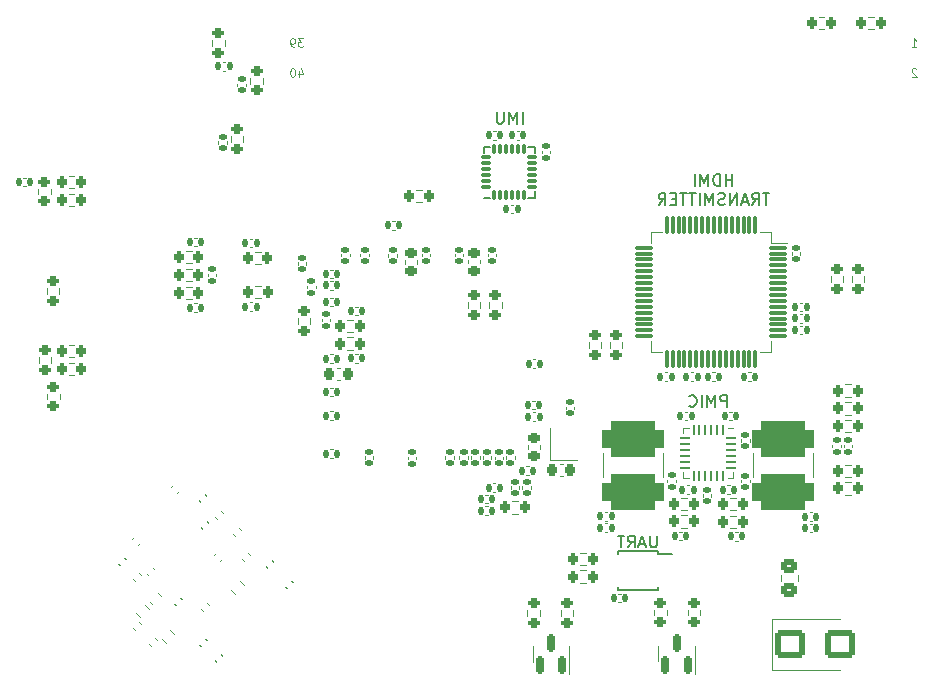
<source format=gbo>
G04 #@! TF.GenerationSoftware,KiCad,Pcbnew,7.0.6*
G04 #@! TF.CreationDate,2023-08-22T01:44:11+01:00*
G04 #@! TF.ProjectId,yasbc,79617362-632e-46b6-9963-61645f706362,rev?*
G04 #@! TF.SameCoordinates,Original*
G04 #@! TF.FileFunction,Legend,Bot*
G04 #@! TF.FilePolarity,Positive*
%FSLAX46Y46*%
G04 Gerber Fmt 4.6, Leading zero omitted, Abs format (unit mm)*
G04 Created by KiCad (PCBNEW 7.0.6) date 2023-08-22 01:44:11*
%MOMM*%
%LPD*%
G01*
G04 APERTURE LIST*
G04 Aperture macros list*
%AMRoundRect*
0 Rectangle with rounded corners*
0 $1 Rounding radius*
0 $2 $3 $4 $5 $6 $7 $8 $9 X,Y pos of 4 corners*
0 Add a 4 corners polygon primitive as box body*
4,1,4,$2,$3,$4,$5,$6,$7,$8,$9,$2,$3,0*
0 Add four circle primitives for the rounded corners*
1,1,$1+$1,$2,$3*
1,1,$1+$1,$4,$5*
1,1,$1+$1,$6,$7*
1,1,$1+$1,$8,$9*
0 Add four rect primitives between the rounded corners*
20,1,$1+$1,$2,$3,$4,$5,0*
20,1,$1+$1,$4,$5,$6,$7,0*
20,1,$1+$1,$6,$7,$8,$9,0*
20,1,$1+$1,$8,$9,$2,$3,0*%
G04 Aperture macros list end*
%ADD10C,0.150000*%
%ADD11C,0.100000*%
%ADD12C,0.120000*%
%ADD13C,0.800000*%
%ADD14C,6.400000*%
%ADD15C,2.800000*%
%ADD16C,1.600000*%
%ADD17O,1.500000X2.000000*%
%ADD18C,1.100000*%
%ADD19C,0.650000*%
%ADD20O,1.000000X2.100000*%
%ADD21O,1.000000X1.600000*%
%ADD22C,0.750000*%
%ADD23C,1.050000*%
%ADD24O,3.300000X1.500000*%
%ADD25O,2.300000X1.500000*%
%ADD26R,1.700000X1.700000*%
%ADD27O,1.700000X1.700000*%
%ADD28R,1.524000X1.524000*%
%ADD29C,1.524000*%
%ADD30C,3.500000*%
%ADD31RoundRect,0.140000X-0.170000X0.140000X-0.170000X-0.140000X0.170000X-0.140000X0.170000X0.140000X0*%
%ADD32RoundRect,0.140000X-0.219203X-0.021213X-0.021213X-0.219203X0.219203X0.021213X0.021213X0.219203X0*%
%ADD33RoundRect,0.140000X-0.140000X-0.170000X0.140000X-0.170000X0.140000X0.170000X-0.140000X0.170000X0*%
%ADD34RoundRect,0.200000X0.200000X0.275000X-0.200000X0.275000X-0.200000X-0.275000X0.200000X-0.275000X0*%
%ADD35RoundRect,0.140000X0.021213X-0.219203X0.219203X-0.021213X-0.021213X0.219203X-0.219203X0.021213X0*%
%ADD36RoundRect,0.062500X0.375000X0.062500X-0.375000X0.062500X-0.375000X-0.062500X0.375000X-0.062500X0*%
%ADD37RoundRect,0.062500X0.062500X0.375000X-0.062500X0.375000X-0.062500X-0.375000X0.062500X-0.375000X0*%
%ADD38R,2.600000X2.600000*%
%ADD39RoundRect,0.250000X-0.450000X0.325000X-0.450000X-0.325000X0.450000X-0.325000X0.450000X0.325000X0*%
%ADD40RoundRect,0.200000X-0.275000X0.200000X-0.275000X-0.200000X0.275000X-0.200000X0.275000X0.200000X0*%
%ADD41RoundRect,0.200000X-0.200000X-0.275000X0.200000X-0.275000X0.200000X0.275000X-0.200000X0.275000X0*%
%ADD42RoundRect,0.140000X0.140000X0.170000X-0.140000X0.170000X-0.140000X-0.170000X0.140000X-0.170000X0*%
%ADD43RoundRect,0.225000X-0.250000X0.225000X-0.250000X-0.225000X0.250000X-0.225000X0.250000X0.225000X0*%
%ADD44RoundRect,0.200000X-0.335876X-0.053033X-0.053033X-0.335876X0.335876X0.053033X0.053033X0.335876X0*%
%ADD45RoundRect,0.140000X0.170000X-0.140000X0.170000X0.140000X-0.170000X0.140000X-0.170000X-0.140000X0*%
%ADD46RoundRect,0.200000X0.275000X-0.200000X0.275000X0.200000X-0.275000X0.200000X-0.275000X-0.200000X0*%
%ADD47RoundRect,0.140000X0.219203X0.021213X0.021213X0.219203X-0.219203X-0.021213X-0.021213X-0.219203X0*%
%ADD48R,1.400000X0.300000*%
%ADD49RoundRect,0.750000X-1.850000X0.750000X-1.850000X-0.750000X1.850000X-0.750000X1.850000X0.750000X0*%
%ADD50RoundRect,0.075000X-0.350000X-0.075000X0.350000X-0.075000X0.350000X0.075000X-0.350000X0.075000X0*%
%ADD51RoundRect,0.075000X-0.075000X0.350000X-0.075000X-0.350000X0.075000X-0.350000X0.075000X0.350000X0*%
%ADD52RoundRect,0.250000X-1.000000X-0.900000X1.000000X-0.900000X1.000000X0.900000X-1.000000X0.900000X0*%
%ADD53RoundRect,0.150000X0.150000X-0.587500X0.150000X0.587500X-0.150000X0.587500X-0.150000X-0.587500X0*%
%ADD54RoundRect,0.225000X-0.225000X-0.250000X0.225000X-0.250000X0.225000X0.250000X-0.225000X0.250000X0*%
%ADD55R,0.800000X0.900000*%
%ADD56RoundRect,0.225000X-0.335876X-0.017678X-0.017678X-0.335876X0.335876X0.017678X0.017678X0.335876X0*%
%ADD57RoundRect,0.075000X0.700000X0.075000X-0.700000X0.075000X-0.700000X-0.075000X0.700000X-0.075000X0*%
%ADD58RoundRect,0.075000X0.075000X0.700000X-0.075000X0.700000X-0.075000X-0.700000X0.075000X-0.700000X0*%
%ADD59R,5.000000X5.000000*%
G04 APERTURE END LIST*
D10*
X106754137Y65680180D02*
X106754137Y64870657D01*
X106754137Y64870657D02*
X106706518Y64775419D01*
X106706518Y64775419D02*
X106658899Y64727800D01*
X106658899Y64727800D02*
X106563661Y64680180D01*
X106563661Y64680180D02*
X106373185Y64680180D01*
X106373185Y64680180D02*
X106277947Y64727800D01*
X106277947Y64727800D02*
X106230328Y64775419D01*
X106230328Y64775419D02*
X106182709Y64870657D01*
X106182709Y64870657D02*
X106182709Y65680180D01*
X105754137Y64965895D02*
X105277947Y64965895D01*
X105849375Y64680180D02*
X105516042Y65680180D01*
X105516042Y65680180D02*
X105182709Y64680180D01*
X104277947Y64680180D02*
X104611280Y65156371D01*
X104849375Y64680180D02*
X104849375Y65680180D01*
X104849375Y65680180D02*
X104468423Y65680180D01*
X104468423Y65680180D02*
X104373185Y65632561D01*
X104373185Y65632561D02*
X104325566Y65584942D01*
X104325566Y65584942D02*
X104277947Y65489704D01*
X104277947Y65489704D02*
X104277947Y65346847D01*
X104277947Y65346847D02*
X104325566Y65251609D01*
X104325566Y65251609D02*
X104373185Y65203990D01*
X104373185Y65203990D02*
X104468423Y65156371D01*
X104468423Y65156371D02*
X104849375Y65156371D01*
X103992232Y65680180D02*
X103420804Y65680180D01*
X103706518Y64680180D02*
X103706518Y65680180D01*
D11*
X76796211Y107772566D02*
X76362877Y107772566D01*
X76362877Y107772566D02*
X76596211Y107505900D01*
X76596211Y107505900D02*
X76496211Y107505900D01*
X76496211Y107505900D02*
X76429544Y107472566D01*
X76429544Y107472566D02*
X76396211Y107439233D01*
X76396211Y107439233D02*
X76362877Y107372566D01*
X76362877Y107372566D02*
X76362877Y107205900D01*
X76362877Y107205900D02*
X76396211Y107139233D01*
X76396211Y107139233D02*
X76429544Y107105900D01*
X76429544Y107105900D02*
X76496211Y107072566D01*
X76496211Y107072566D02*
X76696211Y107072566D01*
X76696211Y107072566D02*
X76762877Y107105900D01*
X76762877Y107105900D02*
X76796211Y107139233D01*
X76029544Y107072566D02*
X75896210Y107072566D01*
X75896210Y107072566D02*
X75829544Y107105900D01*
X75829544Y107105900D02*
X75796210Y107139233D01*
X75796210Y107139233D02*
X75729544Y107239233D01*
X75729544Y107239233D02*
X75696210Y107372566D01*
X75696210Y107372566D02*
X75696210Y107639233D01*
X75696210Y107639233D02*
X75729544Y107705900D01*
X75729544Y107705900D02*
X75762877Y107739233D01*
X75762877Y107739233D02*
X75829544Y107772566D01*
X75829544Y107772566D02*
X75962877Y107772566D01*
X75962877Y107772566D02*
X76029544Y107739233D01*
X76029544Y107739233D02*
X76062877Y107705900D01*
X76062877Y107705900D02*
X76096210Y107639233D01*
X76096210Y107639233D02*
X76096210Y107472566D01*
X76096210Y107472566D02*
X76062877Y107405900D01*
X76062877Y107405900D02*
X76029544Y107372566D01*
X76029544Y107372566D02*
X75962877Y107339233D01*
X75962877Y107339233D02*
X75829544Y107339233D01*
X75829544Y107339233D02*
X75762877Y107372566D01*
X75762877Y107372566D02*
X75729544Y107405900D01*
X75729544Y107405900D02*
X75696210Y107472566D01*
X76429544Y104999233D02*
X76429544Y104532566D01*
X76596211Y105265900D02*
X76762877Y104765900D01*
X76762877Y104765900D02*
X76329544Y104765900D01*
X75929544Y105232566D02*
X75862877Y105232566D01*
X75862877Y105232566D02*
X75796210Y105199233D01*
X75796210Y105199233D02*
X75762877Y105165900D01*
X75762877Y105165900D02*
X75729544Y105099233D01*
X75729544Y105099233D02*
X75696210Y104965900D01*
X75696210Y104965900D02*
X75696210Y104799233D01*
X75696210Y104799233D02*
X75729544Y104665900D01*
X75729544Y104665900D02*
X75762877Y104599233D01*
X75762877Y104599233D02*
X75796210Y104565900D01*
X75796210Y104565900D02*
X75862877Y104532566D01*
X75862877Y104532566D02*
X75929544Y104532566D01*
X75929544Y104532566D02*
X75996210Y104565900D01*
X75996210Y104565900D02*
X76029544Y104599233D01*
X76029544Y104599233D02*
X76062877Y104665900D01*
X76062877Y104665900D02*
X76096210Y104799233D01*
X76096210Y104799233D02*
X76096210Y104965900D01*
X76096210Y104965900D02*
X76062877Y105099233D01*
X76062877Y105099233D02*
X76029544Y105165900D01*
X76029544Y105165900D02*
X75996210Y105199233D01*
X75996210Y105199233D02*
X75929544Y105232566D01*
D10*
X113126637Y95288380D02*
X113126637Y96288380D01*
X113126637Y95812190D02*
X112555209Y95812190D01*
X112555209Y95288380D02*
X112555209Y96288380D01*
X112079018Y95288380D02*
X112079018Y96288380D01*
X112079018Y96288380D02*
X111840923Y96288380D01*
X111840923Y96288380D02*
X111698066Y96240761D01*
X111698066Y96240761D02*
X111602828Y96145523D01*
X111602828Y96145523D02*
X111555209Y96050285D01*
X111555209Y96050285D02*
X111507590Y95859809D01*
X111507590Y95859809D02*
X111507590Y95716952D01*
X111507590Y95716952D02*
X111555209Y95526476D01*
X111555209Y95526476D02*
X111602828Y95431238D01*
X111602828Y95431238D02*
X111698066Y95336000D01*
X111698066Y95336000D02*
X111840923Y95288380D01*
X111840923Y95288380D02*
X112079018Y95288380D01*
X111079018Y95288380D02*
X111079018Y96288380D01*
X111079018Y96288380D02*
X110745685Y95574095D01*
X110745685Y95574095D02*
X110412352Y96288380D01*
X110412352Y96288380D02*
X110412352Y95288380D01*
X109936161Y95288380D02*
X109936161Y96288380D01*
X116269494Y94678380D02*
X115698066Y94678380D01*
X115983780Y93678380D02*
X115983780Y94678380D01*
X114793304Y93678380D02*
X115126637Y94154571D01*
X115364732Y93678380D02*
X115364732Y94678380D01*
X115364732Y94678380D02*
X114983780Y94678380D01*
X114983780Y94678380D02*
X114888542Y94630761D01*
X114888542Y94630761D02*
X114840923Y94583142D01*
X114840923Y94583142D02*
X114793304Y94487904D01*
X114793304Y94487904D02*
X114793304Y94345047D01*
X114793304Y94345047D02*
X114840923Y94249809D01*
X114840923Y94249809D02*
X114888542Y94202190D01*
X114888542Y94202190D02*
X114983780Y94154571D01*
X114983780Y94154571D02*
X115364732Y94154571D01*
X114412351Y93964095D02*
X113936161Y93964095D01*
X114507589Y93678380D02*
X114174256Y94678380D01*
X114174256Y94678380D02*
X113840923Y93678380D01*
X113507589Y93678380D02*
X113507589Y94678380D01*
X113507589Y94678380D02*
X112936161Y93678380D01*
X112936161Y93678380D02*
X112936161Y94678380D01*
X112507589Y93726000D02*
X112364732Y93678380D01*
X112364732Y93678380D02*
X112126637Y93678380D01*
X112126637Y93678380D02*
X112031399Y93726000D01*
X112031399Y93726000D02*
X111983780Y93773619D01*
X111983780Y93773619D02*
X111936161Y93868857D01*
X111936161Y93868857D02*
X111936161Y93964095D01*
X111936161Y93964095D02*
X111983780Y94059333D01*
X111983780Y94059333D02*
X112031399Y94106952D01*
X112031399Y94106952D02*
X112126637Y94154571D01*
X112126637Y94154571D02*
X112317113Y94202190D01*
X112317113Y94202190D02*
X112412351Y94249809D01*
X112412351Y94249809D02*
X112459970Y94297428D01*
X112459970Y94297428D02*
X112507589Y94392666D01*
X112507589Y94392666D02*
X112507589Y94487904D01*
X112507589Y94487904D02*
X112459970Y94583142D01*
X112459970Y94583142D02*
X112412351Y94630761D01*
X112412351Y94630761D02*
X112317113Y94678380D01*
X112317113Y94678380D02*
X112079018Y94678380D01*
X112079018Y94678380D02*
X111936161Y94630761D01*
X111507589Y93678380D02*
X111507589Y94678380D01*
X111507589Y94678380D02*
X111174256Y93964095D01*
X111174256Y93964095D02*
X110840923Y94678380D01*
X110840923Y94678380D02*
X110840923Y93678380D01*
X110364732Y93678380D02*
X110364732Y94678380D01*
X110031399Y94678380D02*
X109459971Y94678380D01*
X109745685Y93678380D02*
X109745685Y94678380D01*
X109269494Y94678380D02*
X108698066Y94678380D01*
X108983780Y93678380D02*
X108983780Y94678380D01*
X108364732Y94202190D02*
X108031399Y94202190D01*
X107888542Y93678380D02*
X108364732Y93678380D01*
X108364732Y93678380D02*
X108364732Y94678380D01*
X108364732Y94678380D02*
X107888542Y94678380D01*
X106888542Y93678380D02*
X107221875Y94154571D01*
X107459970Y93678380D02*
X107459970Y94678380D01*
X107459970Y94678380D02*
X107079018Y94678380D01*
X107079018Y94678380D02*
X106983780Y94630761D01*
X106983780Y94630761D02*
X106936161Y94583142D01*
X106936161Y94583142D02*
X106888542Y94487904D01*
X106888542Y94487904D02*
X106888542Y94345047D01*
X106888542Y94345047D02*
X106936161Y94249809D01*
X106936161Y94249809D02*
X106983780Y94202190D01*
X106983780Y94202190D02*
X107079018Y94154571D01*
X107079018Y94154571D02*
X107459970Y94154571D01*
D11*
X128316722Y107072566D02*
X128716722Y107072566D01*
X128516722Y107072566D02*
X128516722Y107772566D01*
X128516722Y107772566D02*
X128583389Y107672566D01*
X128583389Y107672566D02*
X128650056Y107605900D01*
X128650056Y107605900D02*
X128716722Y107572566D01*
D10*
X95380037Y100561780D02*
X95380037Y101561780D01*
X94903847Y100561780D02*
X94903847Y101561780D01*
X94903847Y101561780D02*
X94570514Y100847495D01*
X94570514Y100847495D02*
X94237181Y101561780D01*
X94237181Y101561780D02*
X94237181Y100561780D01*
X93760990Y101561780D02*
X93760990Y100752257D01*
X93760990Y100752257D02*
X93713371Y100657019D01*
X93713371Y100657019D02*
X93665752Y100609400D01*
X93665752Y100609400D02*
X93570514Y100561780D01*
X93570514Y100561780D02*
X93380038Y100561780D01*
X93380038Y100561780D02*
X93284800Y100609400D01*
X93284800Y100609400D02*
X93237181Y100657019D01*
X93237181Y100657019D02*
X93189562Y100752257D01*
X93189562Y100752257D02*
X93189562Y101561780D01*
X112671027Y76584180D02*
X112671027Y77584180D01*
X112671027Y77584180D02*
X112290075Y77584180D01*
X112290075Y77584180D02*
X112194837Y77536561D01*
X112194837Y77536561D02*
X112147218Y77488942D01*
X112147218Y77488942D02*
X112099599Y77393704D01*
X112099599Y77393704D02*
X112099599Y77250847D01*
X112099599Y77250847D02*
X112147218Y77155609D01*
X112147218Y77155609D02*
X112194837Y77107990D01*
X112194837Y77107990D02*
X112290075Y77060371D01*
X112290075Y77060371D02*
X112671027Y77060371D01*
X111671027Y76584180D02*
X111671027Y77584180D01*
X111671027Y77584180D02*
X111337694Y76869895D01*
X111337694Y76869895D02*
X111004361Y77584180D01*
X111004361Y77584180D02*
X111004361Y76584180D01*
X110528170Y76584180D02*
X110528170Y77584180D01*
X109480552Y76679419D02*
X109528171Y76631800D01*
X109528171Y76631800D02*
X109671028Y76584180D01*
X109671028Y76584180D02*
X109766266Y76584180D01*
X109766266Y76584180D02*
X109909123Y76631800D01*
X109909123Y76631800D02*
X110004361Y76727038D01*
X110004361Y76727038D02*
X110051980Y76822276D01*
X110051980Y76822276D02*
X110099599Y77012752D01*
X110099599Y77012752D02*
X110099599Y77155609D01*
X110099599Y77155609D02*
X110051980Y77346085D01*
X110051980Y77346085D02*
X110004361Y77441323D01*
X110004361Y77441323D02*
X109909123Y77536561D01*
X109909123Y77536561D02*
X109766266Y77584180D01*
X109766266Y77584180D02*
X109671028Y77584180D01*
X109671028Y77584180D02*
X109528171Y77536561D01*
X109528171Y77536561D02*
X109480552Y77488942D01*
D11*
X128716722Y105165900D02*
X128683389Y105199233D01*
X128683389Y105199233D02*
X128616722Y105232566D01*
X128616722Y105232566D02*
X128450056Y105232566D01*
X128450056Y105232566D02*
X128383389Y105199233D01*
X128383389Y105199233D02*
X128350056Y105165900D01*
X128350056Y105165900D02*
X128316722Y105099233D01*
X128316722Y105099233D02*
X128316722Y105032566D01*
X128316722Y105032566D02*
X128350056Y104932566D01*
X128350056Y104932566D02*
X128750056Y104532566D01*
X128750056Y104532566D02*
X128316722Y104532566D01*
D12*
X93133500Y89528536D02*
X93133500Y89312864D01*
X92413500Y89528536D02*
X92413500Y89312864D01*
X62935146Y62529321D02*
X63087649Y62376818D01*
X62426029Y62020204D02*
X62578532Y61867701D01*
X92193164Y68152600D02*
X92408836Y68152600D01*
X92193164Y67432600D02*
X92408836Y67432600D01*
X68525379Y56964488D02*
X68677882Y56811985D01*
X68016262Y56455371D02*
X68168765Y56302868D01*
X113406458Y66309655D02*
X112931942Y66309655D01*
X113406458Y67354655D02*
X112931942Y67354655D01*
X114471564Y79506400D02*
X114687236Y79506400D01*
X114471564Y78786400D02*
X114687236Y78786400D01*
X65585679Y69800596D02*
X65738182Y69953099D01*
X66094796Y69291479D02*
X66247299Y69443982D01*
X69837807Y67777910D02*
X69990310Y67625407D01*
X69328690Y67268793D02*
X69481193Y67116290D01*
X73186058Y88682300D02*
X72711542Y88682300D01*
X73186058Y89727300D02*
X72711542Y89727300D01*
X113211400Y70579155D02*
X113211400Y71054155D01*
X112736400Y70579155D02*
X113211400Y70579155D01*
X112736400Y74799155D02*
X113211400Y74799155D01*
X109466400Y70579155D02*
X108991400Y70579155D01*
X109466400Y74799155D02*
X108991400Y74799155D01*
X108991400Y70579155D02*
X108991400Y71054155D01*
X108991400Y74799155D02*
X108991400Y74324155D01*
X118654900Y62364252D02*
X118654900Y61841748D01*
X117234900Y62364252D02*
X117234900Y61841748D01*
X96826600Y59368458D02*
X96826600Y58893942D01*
X95781600Y59368458D02*
X95781600Y58893942D01*
X86376742Y94957100D02*
X86851258Y94957100D01*
X86376742Y93912100D02*
X86851258Y93912100D01*
X84347164Y92308000D02*
X84562836Y92308000D01*
X84347164Y91588000D02*
X84562836Y91588000D01*
X96425736Y76358100D02*
X96210064Y76358100D01*
X96425736Y77078100D02*
X96210064Y77078100D01*
X84738800Y89493036D02*
X84738800Y89277364D01*
X84018800Y89493036D02*
X84018800Y89277364D01*
X123161057Y75931501D02*
X122686541Y75931501D01*
X123161057Y76976501D02*
X122686541Y76976501D01*
X96877600Y73315380D02*
X96877600Y73034220D01*
X95857600Y73315380D02*
X95857600Y73034220D01*
X79099464Y72988700D02*
X79315136Y72988700D01*
X79099464Y72268700D02*
X79315136Y72268700D01*
X63418466Y59824661D02*
X63753999Y59489128D01*
X62679539Y59085734D02*
X63015072Y58750201D01*
X66373357Y60437310D02*
X66525860Y60284807D01*
X65864240Y59928193D02*
X66016743Y59775690D01*
X79099464Y81015100D02*
X79315136Y81015100D01*
X79099464Y80295100D02*
X79315136Y80295100D01*
X96434736Y75392900D02*
X96219064Y75392900D01*
X96434736Y76112900D02*
X96219064Y76112900D01*
X80729300Y89528536D02*
X80729300Y89312864D01*
X80009300Y89528536D02*
X80009300Y89312864D01*
X120430942Y109610500D02*
X120905458Y109610500D01*
X120430942Y108565500D02*
X120905458Y108565500D01*
X82024900Y72188064D02*
X82024900Y72403736D01*
X82744900Y72188064D02*
X82744900Y72403736D01*
X100232442Y64225700D02*
X100706958Y64225700D01*
X100232442Y63180700D02*
X100706958Y63180700D01*
X112705764Y69935355D02*
X112921436Y69935355D01*
X112705764Y69215355D02*
X112921436Y69215355D01*
X93078136Y69373100D02*
X92862464Y69373100D01*
X93078136Y70093100D02*
X92862464Y70093100D01*
X123147858Y74432900D02*
X122673342Y74432900D01*
X123147858Y75477900D02*
X122673342Y75477900D01*
X123159058Y69149700D02*
X122684542Y69149700D01*
X123159058Y70194700D02*
X122684542Y70194700D01*
X91016500Y72162664D02*
X91016500Y72378336D01*
X91736500Y72162664D02*
X91736500Y72378336D01*
X123226300Y87164142D02*
X123226300Y87638658D01*
X124271300Y87164142D02*
X124271300Y87638658D01*
X109594764Y79506400D02*
X109810436Y79506400D01*
X109594764Y78786400D02*
X109810436Y78786400D01*
X108791742Y67405455D02*
X109266258Y67405455D01*
X108791742Y66360455D02*
X109266258Y66360455D01*
X66869542Y86755500D02*
X67344058Y86755500D01*
X66869542Y85710500D02*
X67344058Y85710500D01*
X55128900Y77218242D02*
X55128900Y77692758D01*
X56173900Y77218242D02*
X56173900Y77692758D01*
X66870483Y89803500D02*
X67344999Y89803500D01*
X66870483Y88758500D02*
X67344999Y88758500D01*
X111344800Y69203191D02*
X111344800Y68987519D01*
X110624800Y69203191D02*
X110624800Y68987519D01*
X94967058Y67546900D02*
X94492542Y67546900D01*
X94967058Y68591900D02*
X94492542Y68591900D01*
X68265482Y66267990D02*
X68112979Y66420493D01*
X68774599Y66777107D02*
X68622096Y66929610D01*
X109492436Y69215355D02*
X109276764Y69215355D01*
X109492436Y69935355D02*
X109276764Y69935355D01*
X102532836Y65989555D02*
X102317164Y65989555D01*
X102532836Y66709555D02*
X102317164Y66709555D01*
X88832100Y72167864D02*
X88832100Y72383536D01*
X89552100Y72167864D02*
X89552100Y72383536D01*
X68087682Y68563201D02*
X67935179Y68715704D01*
X68596799Y69072318D02*
X68444296Y69224821D01*
X118901800Y89670836D02*
X118901800Y89455164D01*
X118181800Y89670836D02*
X118181800Y89455164D01*
X108641764Y66023755D02*
X108857436Y66023755D01*
X108641764Y65303755D02*
X108857436Y65303755D01*
X69448000Y87864836D02*
X69448000Y87649164D01*
X68728000Y87864836D02*
X68728000Y87649164D01*
X119667964Y66684155D02*
X119883636Y66684155D01*
X119667964Y65964155D02*
X119883636Y65964155D01*
X80509342Y82460300D02*
X80983858Y82460300D01*
X80509342Y81415300D02*
X80983858Y81415300D01*
X56951342Y81826600D02*
X57425858Y81826600D01*
X56951342Y80781600D02*
X57425858Y80781600D01*
X53298036Y95256500D02*
X53082364Y95256500D01*
X53298036Y95976500D02*
X53082364Y95976500D01*
X71423297Y61827430D02*
X71758830Y61491897D01*
X70684370Y61088503D02*
X71019903Y60752970D01*
X118837764Y83443400D02*
X119053436Y83443400D01*
X118837764Y82723400D02*
X119053436Y82723400D01*
X76326300Y88596464D02*
X76326300Y88812136D01*
X77046300Y88596464D02*
X77046300Y88812136D01*
X56939142Y94615000D02*
X57413658Y94615000D01*
X56939142Y93570000D02*
X57413658Y93570000D01*
X108347600Y70396991D02*
X108347600Y70181319D01*
X107627600Y70396991D02*
X107627600Y70181319D01*
X70690100Y99013742D02*
X70690100Y99488258D01*
X71735100Y99013742D02*
X71735100Y99488258D01*
X123161058Y77430100D02*
X122686542Y77430100D01*
X123161058Y78475100D02*
X122686542Y78475100D01*
X122330800Y73361436D02*
X122330800Y73145764D01*
X121610800Y73361436D02*
X121610800Y73145764D01*
X112931942Y68853255D02*
X113406458Y68853255D01*
X112931942Y67808255D02*
X113406458Y67808255D01*
X111448964Y79506400D02*
X111664636Y79506400D01*
X111448964Y78786400D02*
X111664636Y78786400D01*
X73199258Y85786700D02*
X72724742Y85786700D01*
X73199258Y86831700D02*
X72724742Y86831700D01*
X87536500Y89528536D02*
X87536500Y89312864D01*
X86816500Y89528536D02*
X86816500Y89312864D01*
X62916931Y58336256D02*
X63069434Y58183753D01*
X62407814Y57827139D02*
X62560317Y57674636D01*
X85631700Y72137264D02*
X85631700Y72352936D01*
X86351700Y72137264D02*
X86351700Y72352936D01*
X90339500Y89528536D02*
X90339500Y89312864D01*
X89619500Y89528536D02*
X89619500Y89312864D01*
X107570800Y59393858D02*
X107570800Y58919342D01*
X106525800Y59393858D02*
X106525800Y58919342D01*
X62296379Y65370896D02*
X62448882Y65523399D01*
X62805496Y64861779D02*
X62957999Y65014282D01*
X80983858Y82913900D02*
X80509342Y82913900D01*
X80983858Y83958900D02*
X80509342Y83958900D01*
X69993964Y105756800D02*
X70209636Y105756800D01*
X69993964Y105036800D02*
X70209636Y105036800D01*
X69239790Y64059307D02*
X69392293Y64211810D01*
X69748907Y63550190D02*
X69901410Y63702693D01*
X94592688Y92959600D02*
X94377016Y92959600D01*
X94592688Y93679600D02*
X94377016Y93679600D01*
X92193164Y69143200D02*
X92408836Y69143200D01*
X92193164Y68423200D02*
X92408836Y68423200D01*
X93094637Y99208000D02*
X92878965Y99208000D01*
X93094637Y99928000D02*
X92878965Y99928000D01*
X79093064Y88195217D02*
X79308736Y88195217D01*
X79093064Y87475217D02*
X79308736Y87475217D01*
X92007100Y72162664D02*
X92007100Y72378336D01*
X92727100Y72162664D02*
X92727100Y72378336D01*
X61648957Y63815510D02*
X61801460Y63663007D01*
X61139840Y63306393D02*
X61292343Y63153890D01*
D10*
X106833900Y61037600D02*
X106833900Y61337600D01*
X106833900Y61037600D02*
X103483900Y61037600D01*
X106833900Y64162600D02*
X108058900Y64162600D01*
X106833900Y64387600D02*
X106833900Y64162600D01*
X106833900Y64387600D02*
X103483900Y64387600D01*
X103483900Y61037600D02*
X103483900Y61337600D01*
X103483900Y64387600D02*
X103483900Y64087600D01*
D12*
X68659357Y59954710D02*
X68811860Y59802207D01*
X68150240Y59445593D02*
X68302743Y59293090D01*
X72495236Y84704600D02*
X72279564Y84704600D01*
X72495236Y85424600D02*
X72279564Y85424600D01*
X100245642Y62727100D02*
X100720158Y62727100D01*
X100245642Y61682100D02*
X100720158Y61682100D01*
X81211331Y81042164D02*
X81427003Y81042164D01*
X81211331Y80322164D02*
X81427003Y80322164D01*
X69099300Y107140742D02*
X69099300Y107615258D01*
X70144300Y107140742D02*
X70144300Y107615258D01*
X107301800Y72636055D02*
X107301800Y70629455D01*
X102221800Y72636055D02*
X102221800Y70629455D01*
X69811568Y55678299D02*
X69964071Y55525796D01*
X69302451Y55169182D02*
X69454954Y55016679D01*
X125120858Y108565500D02*
X124646342Y108565500D01*
X125120858Y109610500D02*
X124646342Y109610500D01*
X91759500Y88999880D02*
X91759500Y88718720D01*
X90739500Y88999880D02*
X90739500Y88718720D01*
X123160059Y70648300D02*
X122685543Y70648300D01*
X123160059Y71693300D02*
X122685543Y71693300D01*
D10*
X92084000Y98593800D02*
X92084000Y98068800D01*
X92084000Y98593800D02*
X92609000Y98593800D01*
X92084000Y94293800D02*
X92609000Y94293800D01*
X96384000Y98593800D02*
X95859000Y98593800D01*
X96384000Y98593800D02*
X96384000Y98068800D01*
X96384000Y94293800D02*
X95859000Y94293800D01*
X96384000Y94293800D02*
X96384000Y94818800D01*
D12*
X109327836Y75433600D02*
X109112164Y75433600D01*
X109327836Y76153600D02*
X109112164Y76153600D01*
X73764582Y62934501D02*
X73612079Y63087004D01*
X74273699Y63443618D02*
X74121196Y63596121D01*
X93988300Y72162664D02*
X93988300Y72378336D01*
X94708300Y72162664D02*
X94708300Y72378336D01*
X90714300Y84979742D02*
X90714300Y85454258D01*
X91759300Y84979742D02*
X91759300Y85454258D01*
X110390200Y59393858D02*
X110390200Y58919342D01*
X109345200Y59393858D02*
X109345200Y58919342D01*
X123296000Y73361436D02*
X123296000Y73145764D01*
X122576000Y73361436D02*
X122576000Y73145764D01*
X96465336Y79888700D02*
X96249664Y79888700D01*
X96465336Y80608700D02*
X96249664Y80608700D01*
X107626036Y78786400D02*
X107410364Y78786400D01*
X107626036Y79506400D02*
X107410364Y79506400D01*
X77139100Y86617864D02*
X77139100Y86833536D01*
X77859100Y86617864D02*
X77859100Y86833536D01*
X102753900Y81576142D02*
X102753900Y82050658D01*
X103798900Y81576142D02*
X103798900Y82050658D01*
X121448300Y87164142D02*
X121448300Y87638658D01*
X122493300Y87164142D02*
X122493300Y87638658D01*
X99030200Y76391764D02*
X99030200Y76607436D01*
X99750200Y76391764D02*
X99750200Y76607436D01*
X101001300Y81576142D02*
X101001300Y82050658D01*
X102046300Y81576142D02*
X102046300Y82050658D01*
X82354900Y89528536D02*
X82354900Y89312864D01*
X81634900Y89528536D02*
X81634900Y89312864D01*
X67580564Y85348400D02*
X67796236Y85348400D01*
X67580564Y84628400D02*
X67796236Y84628400D01*
X64050096Y62976421D02*
X64202599Y62823918D01*
X63540979Y62467304D02*
X63693482Y62314801D01*
X69617000Y98839964D02*
X69617000Y99055636D01*
X70337000Y98839964D02*
X70337000Y99055636D01*
X114596000Y70394391D02*
X114596000Y70178719D01*
X113876000Y70394391D02*
X113876000Y70178719D01*
X116469300Y58614200D02*
X122279300Y58614200D01*
X116469300Y54314200D02*
X116469300Y58614200D01*
X116469300Y54314200D02*
X122279300Y54314200D01*
X112871364Y76179000D02*
X113087036Y76179000D01*
X112871364Y75459000D02*
X113087036Y75459000D01*
X66868858Y88279500D02*
X67343374Y88279500D01*
X66868858Y87234500D02*
X67343374Y87234500D01*
X71008682Y65642201D02*
X70856179Y65794704D01*
X71517799Y66151318D02*
X71365296Y66303821D01*
X95364900Y69650664D02*
X95364900Y69866336D01*
X96084900Y69650664D02*
X96084900Y69866336D01*
X72497836Y90089400D02*
X72282164Y90089400D01*
X72497836Y90809400D02*
X72282164Y90809400D01*
X95679264Y71540900D02*
X95894936Y71540900D01*
X95679264Y70820900D02*
X95894936Y70820900D01*
X71218600Y103736964D02*
X71218600Y103952636D01*
X71938600Y103736964D02*
X71938600Y103952636D01*
X106859900Y55676800D02*
X106859900Y55026800D01*
X106859900Y55676800D02*
X106859900Y56326800D01*
X109979900Y55676800D02*
X109979900Y54001800D01*
X109979900Y55676800D02*
X109979900Y56326800D01*
X94859616Y99928000D02*
X95075288Y99928000D01*
X94859616Y99208000D02*
X95075288Y99208000D01*
X54366900Y94591843D02*
X54366900Y95066359D01*
X55411900Y94591843D02*
X55411900Y95066359D01*
X120001800Y72636055D02*
X120001800Y70629455D01*
X114921800Y72636055D02*
X114921800Y70629455D01*
X79099464Y76189100D02*
X79315136Y76189100D01*
X79099464Y75469100D02*
X79315136Y75469100D01*
X98500620Y71754400D02*
X98781780Y71754400D01*
X98500620Y70734400D02*
X98781780Y70734400D01*
X79643120Y79895100D02*
X79924280Y79895100D01*
X79643120Y78875100D02*
X79924280Y78875100D01*
X96995052Y98035164D02*
X96995052Y98250836D01*
X97715052Y98035164D02*
X97715052Y98250836D01*
X94360300Y69653264D02*
X94360300Y69868936D01*
X95080300Y69653264D02*
X95080300Y69868936D01*
X97656000Y72090000D02*
X97656000Y74790000D01*
X99956000Y72090000D02*
X97656000Y72090000D01*
X113876000Y73628364D02*
X113876000Y73844036D01*
X114596000Y73628364D02*
X114596000Y73844036D01*
X71754493Y63550190D02*
X71601990Y63702693D01*
X72263610Y64059307D02*
X72111107Y64211810D01*
X90025900Y72167864D02*
X90025900Y72383536D01*
X90745900Y72167864D02*
X90745900Y72383536D01*
X103486064Y60735800D02*
X103701736Y60735800D01*
X103486064Y60015800D02*
X103701736Y60015800D01*
X92997700Y72160064D02*
X92997700Y72375736D01*
X93717700Y72160064D02*
X93717700Y72375736D01*
X64525869Y60795130D02*
X64724680Y60596319D01*
X63804620Y60073881D02*
X64003431Y59875070D01*
X92543100Y84979742D02*
X92543100Y85454258D01*
X93588100Y84979742D02*
X93588100Y85454258D01*
X96217300Y55651400D02*
X96217300Y55001400D01*
X96217300Y55651400D02*
X96217300Y56301400D01*
X99337300Y55651400D02*
X99337300Y53976400D01*
X99337300Y55651400D02*
X99337300Y56301400D01*
X113604636Y65252955D02*
X113388964Y65252955D01*
X113604636Y65972955D02*
X113388964Y65972955D01*
X81422864Y84330997D02*
X81207192Y84330997D01*
X81422864Y85050997D02*
X81207192Y85050997D01*
X54392300Y80304842D02*
X54392300Y80779358D01*
X55437300Y80304842D02*
X55437300Y80779358D01*
X119667964Y67649355D02*
X119883636Y67649355D01*
X119667964Y66929355D02*
X119883636Y66929355D01*
X56951342Y80289400D02*
X57425858Y80289400D01*
X56951342Y79244400D02*
X57425858Y79244400D01*
X99671400Y59368458D02*
X99671400Y58893942D01*
X98626400Y59368458D02*
X98626400Y58893942D01*
X118837764Y84434000D02*
X119053436Y84434000D01*
X118837764Y83714000D02*
X119053436Y83714000D01*
X102530436Y66954755D02*
X102314764Y66954755D01*
X102530436Y67674755D02*
X102314764Y67674755D01*
X56939142Y96139000D02*
X57413658Y96139000D01*
X56939142Y95094000D02*
X57413658Y95094000D01*
X116438200Y81199200D02*
X116438200Y82149200D01*
X116438200Y90469200D02*
X117778200Y90469200D01*
X116438200Y91419200D02*
X116438200Y90469200D01*
X115488200Y81199200D02*
X116438200Y81199200D01*
X115488200Y91419200D02*
X116438200Y91419200D01*
X107168200Y81199200D02*
X106218200Y81199200D01*
X107168200Y91419200D02*
X106218200Y91419200D01*
X106218200Y81199200D02*
X106218200Y82149200D01*
X106218200Y91419200D02*
X106218200Y90469200D01*
X75772196Y61868921D02*
X75924699Y61716418D01*
X75263079Y61359804D02*
X75415582Y61207301D01*
X79099464Y78195700D02*
X79315136Y78195700D01*
X79099464Y77475700D02*
X79315136Y77475700D01*
X79090464Y85815700D02*
X79306136Y85815700D01*
X79090464Y85095700D02*
X79306136Y85095700D01*
X76337900Y83617742D02*
X76337900Y84092258D01*
X77382900Y83617742D02*
X77382900Y84092258D01*
X55116701Y86133642D02*
X55116701Y86608158D01*
X56161701Y86133642D02*
X56161701Y86608158D01*
X79093064Y87230017D02*
X79308736Y87230017D01*
X79093064Y86510017D02*
X79308736Y86510017D01*
X65555060Y57688067D02*
X65890593Y57352534D01*
X64816133Y56949140D02*
X65151666Y56613607D01*
X78386300Y83833964D02*
X78386300Y84049636D01*
X79106300Y83833964D02*
X79106300Y84049636D01*
X67557764Y90885600D02*
X67773436Y90885600D01*
X67557764Y90165600D02*
X67773436Y90165600D01*
X64246009Y57007178D02*
X64398512Y56854675D01*
X63736892Y56498061D02*
X63889395Y56345558D01*
X109266258Y67833655D02*
X108791742Y67833655D01*
X109266258Y68878655D02*
X108791742Y68878655D01*
X118837764Y85399200D02*
X119053436Y85399200D01*
X118837764Y84679200D02*
X119053436Y84679200D01*
X86441900Y88986880D02*
X86441900Y88705720D01*
X85421900Y88986880D02*
X85421900Y88705720D01*
X72326100Y103953543D02*
X72326100Y104428059D01*
X73371100Y103953543D02*
X73371100Y104428059D01*
%LPC*%
D13*
X130100000Y105500000D03*
X130802944Y107197056D03*
X130802944Y103802944D03*
X132500000Y107900000D03*
D14*
X132500000Y105500000D03*
D13*
X132500000Y103100000D03*
X134197056Y107197056D03*
X134197056Y103802944D03*
X134900000Y105500000D03*
X130100000Y56100000D03*
X130802944Y57797056D03*
X130802944Y54402944D03*
X132500000Y58500000D03*
D14*
X132500000Y56100000D03*
D13*
X132500000Y53700000D03*
X134197056Y57797056D03*
X134197056Y54402944D03*
X134900000Y56100000D03*
X52600000Y56100000D03*
X53302944Y57797056D03*
X53302944Y54402944D03*
X55000000Y58500000D03*
D14*
X55000000Y56100000D03*
D13*
X55000000Y53700000D03*
X56697056Y57797056D03*
X56697056Y54402944D03*
X57400000Y56100000D03*
X52600000Y105511600D03*
X53302944Y107208656D03*
X53302944Y103814544D03*
X55000000Y107911600D03*
D14*
X55000000Y105511600D03*
D13*
X55000000Y103111600D03*
X56697056Y107208656D03*
X56697056Y103814544D03*
X57400000Y105511600D03*
D15*
X53289199Y84072699D03*
X57989199Y84072699D03*
X62689199Y84072699D03*
X53289198Y76884500D03*
X57989198Y76884500D03*
X62689198Y76884500D03*
D16*
X71196600Y107523800D03*
X71196600Y101523800D03*
D17*
X74346600Y105023800D03*
X74346600Y108223800D03*
X68046600Y108223800D03*
X74346600Y101523800D03*
X68046600Y101523800D03*
D18*
X133393300Y70361000D03*
X133393300Y78361000D03*
D19*
X94658700Y58276800D03*
X100438700Y58276800D03*
D20*
X93228700Y58806800D03*
D21*
X93228700Y54626800D03*
D20*
X101868700Y58806800D03*
D21*
X101868700Y54626800D03*
D22*
X70027800Y89657000D03*
D23*
X70027800Y85857000D03*
D24*
X127377800Y100214000D03*
X127377800Y85714000D03*
D25*
X133337800Y100214000D03*
X133337800Y85714000D03*
D26*
X117495400Y79705200D03*
D27*
X120035400Y79705200D03*
D26*
X132252800Y64897000D03*
D27*
X134792800Y64897000D03*
D26*
X88967700Y97005000D03*
D27*
X88967700Y94465000D03*
D15*
X53288200Y98435900D03*
X57988200Y98435900D03*
X62688200Y98435900D03*
D28*
X117950100Y64884100D03*
D29*
X120450100Y64884100D03*
X122450100Y64884100D03*
X124950100Y64884100D03*
D30*
X114880100Y62174100D03*
X128020100Y62174100D03*
D26*
X126593600Y107391200D03*
D27*
X126593600Y104851200D03*
X124053600Y107391200D03*
X124053600Y104851200D03*
X121513600Y107391200D03*
X121513600Y104851200D03*
X118973600Y107391200D03*
X118973600Y104851200D03*
X116433600Y107391200D03*
X116433600Y104851200D03*
X113893600Y107391200D03*
X113893600Y104851200D03*
X111353600Y107391200D03*
X111353600Y104851200D03*
X108813600Y107391200D03*
X108813600Y104851200D03*
X106273600Y107391200D03*
X106273600Y104851200D03*
X103733600Y107391200D03*
X103733600Y104851200D03*
X101193600Y107391200D03*
X101193600Y104851200D03*
X98653600Y107391200D03*
X98653600Y104851200D03*
X96113600Y107391200D03*
X96113600Y104851200D03*
X93573600Y107391200D03*
X93573600Y104851200D03*
X91033600Y107391200D03*
X91033600Y104851200D03*
X88493600Y107391200D03*
X88493600Y104851200D03*
X85953600Y107391200D03*
X85953600Y104851200D03*
X83413600Y107391200D03*
X83413600Y104851200D03*
X80873600Y107391200D03*
X80873600Y104851200D03*
X78333600Y107391200D03*
X78333600Y104851200D03*
D19*
X105377500Y58276800D03*
X111157500Y58276800D03*
D20*
X103947500Y58806800D03*
D21*
X103947500Y54626800D03*
D20*
X112587500Y58806800D03*
D21*
X112587500Y54626800D03*
D15*
X53288200Y91247700D03*
X57988200Y91247700D03*
X62688200Y91247700D03*
D26*
X132257800Y61214000D03*
D27*
X134797800Y61214000D03*
D26*
X94665800Y65862200D03*
D27*
X94665800Y63322200D03*
D31*
X92773500Y89900700D03*
X92773500Y88940700D03*
D32*
X62417428Y62537922D03*
X63096250Y61859100D03*
D33*
X91821000Y67792600D03*
X92781000Y67792600D03*
D32*
X68007661Y56973089D03*
X68686483Y56294267D03*
D34*
X113994200Y66832155D03*
X112344200Y66832155D03*
D33*
X114099400Y79146400D03*
X115059400Y79146400D03*
D35*
X65577078Y69282878D03*
X66255900Y69961700D03*
D32*
X69320089Y67786511D03*
X69998911Y67107689D03*
D34*
X73773800Y89204800D03*
X72123800Y89204800D03*
D36*
X113038900Y73939155D03*
X113038900Y73439155D03*
X113038900Y72939155D03*
X113038900Y72439155D03*
X113038900Y71939155D03*
X113038900Y71439155D03*
D37*
X112351400Y70751655D03*
X111851400Y70751655D03*
X111351400Y70751655D03*
X110851400Y70751655D03*
X110351400Y70751655D03*
X109851400Y70751655D03*
D36*
X109163900Y71439155D03*
X109163900Y71939155D03*
X109163900Y72439155D03*
X109163900Y72939155D03*
X109163900Y73439155D03*
X109163900Y73939155D03*
D37*
X109851400Y74626655D03*
X110351400Y74626655D03*
X110851400Y74626655D03*
X111351400Y74626655D03*
X111851400Y74626655D03*
X112351400Y74626655D03*
D38*
X111101400Y72689155D03*
D39*
X117944900Y63128000D03*
X117944900Y61078000D03*
D40*
X96304100Y59956200D03*
X96304100Y58306200D03*
D41*
X85789000Y94434600D03*
X87439000Y94434600D03*
D33*
X83975000Y91948000D03*
X84935000Y91948000D03*
D42*
X96797900Y76718100D03*
X95837900Y76718100D03*
D31*
X84378800Y89865200D03*
X84378800Y88905200D03*
D34*
X123748799Y76454001D03*
X122098799Y76454001D03*
D43*
X96367600Y73949800D03*
X96367600Y72399800D03*
D33*
X78727300Y72628700D03*
X79687300Y72628700D03*
D44*
X62633406Y59870794D03*
X63800132Y58704068D03*
D32*
X65855639Y60445911D03*
X66534461Y59767089D03*
D33*
X78727300Y80655100D03*
X79687300Y80655100D03*
D42*
X96806900Y75752900D03*
X95846900Y75752900D03*
D31*
X80369300Y89900700D03*
X80369300Y88940700D03*
D41*
X119843200Y109088000D03*
X121493200Y109088000D03*
D45*
X82384900Y71815900D03*
X82384900Y72775900D03*
D41*
X99644700Y63703200D03*
X101294700Y63703200D03*
D33*
X112333600Y69575355D03*
X113293600Y69575355D03*
D42*
X93450300Y69733100D03*
X92490300Y69733100D03*
D34*
X123735600Y74955400D03*
X122085600Y74955400D03*
X123746800Y69672200D03*
X122096800Y69672200D03*
D45*
X91376500Y71790500D03*
X91376500Y72750500D03*
D46*
X123748800Y86576400D03*
X123748800Y88226400D03*
D33*
X109222600Y79146400D03*
X110182600Y79146400D03*
D41*
X108204000Y66882955D03*
X109854000Y66882955D03*
X66281800Y86233000D03*
X67931800Y86233000D03*
D46*
X55651400Y76630500D03*
X55651400Y78280500D03*
D41*
X66282741Y89281000D03*
X67932741Y89281000D03*
D31*
X110984800Y69575355D03*
X110984800Y68615355D03*
D34*
X95554800Y68069400D03*
X93904800Y68069400D03*
D47*
X68783200Y66259389D03*
X68104378Y66938211D03*
D42*
X109864600Y69575355D03*
X108904600Y69575355D03*
X102905000Y66349555D03*
X101945000Y66349555D03*
D45*
X89192100Y71795700D03*
X89192100Y72755700D03*
D47*
X68605400Y68554600D03*
X67926578Y69233422D03*
D31*
X118541800Y90043000D03*
X118541800Y89083000D03*
D33*
X108269600Y65663755D03*
X109229600Y65663755D03*
D31*
X69088000Y88237000D03*
X69088000Y87277000D03*
D33*
X119295800Y66324155D03*
X120255800Y66324155D03*
D41*
X79921600Y81937800D03*
X81571600Y81937800D03*
X56363600Y81304100D03*
X58013600Y81304100D03*
D42*
X53670200Y95616500D03*
X52710200Y95616500D03*
D44*
X70638237Y61873563D03*
X71804963Y60706837D03*
D33*
X118465600Y83083400D03*
X119425600Y83083400D03*
D45*
X76686300Y88224300D03*
X76686300Y89184300D03*
D41*
X56351400Y94092500D03*
X58001400Y94092500D03*
D31*
X107987600Y70769155D03*
X107987600Y69809155D03*
D46*
X71212600Y98426000D03*
X71212600Y100076000D03*
D34*
X123748800Y77952600D03*
X122098800Y77952600D03*
D31*
X121970800Y73733600D03*
X121970800Y72773600D03*
D41*
X112344200Y68330755D03*
X113994200Y68330755D03*
D33*
X111076800Y79146400D03*
X112036800Y79146400D03*
D34*
X73787000Y86309200D03*
X72137000Y86309200D03*
D31*
X87176500Y89900700D03*
X87176500Y88940700D03*
D32*
X62399213Y58344857D03*
X63078035Y57666035D03*
D45*
X85991700Y71765100D03*
X85991700Y72725100D03*
D31*
X89979500Y89900700D03*
X89979500Y88940700D03*
D40*
X107048300Y59981600D03*
X107048300Y58331600D03*
D35*
X62287778Y64853178D03*
X62966600Y65532000D03*
D34*
X81571600Y83436400D03*
X79921600Y83436400D03*
D33*
X69621800Y105396800D03*
X70581800Y105396800D03*
D35*
X69231189Y63541589D03*
X69910011Y64220411D03*
D42*
X94964852Y93319600D03*
X94004852Y93319600D03*
D33*
X91821000Y68783200D03*
X92781000Y68783200D03*
D42*
X93466801Y99568000D03*
X92506801Y99568000D03*
D33*
X78720900Y87835217D03*
X79680900Y87835217D03*
D45*
X92367100Y71790500D03*
X92367100Y72750500D03*
D32*
X61131239Y63824111D03*
X61810061Y63145289D03*
D48*
X107358900Y63712600D03*
X107358900Y63212600D03*
X107358900Y62712600D03*
X107358900Y62212600D03*
X107358900Y61712600D03*
X102958900Y61712600D03*
X102958900Y62212600D03*
X102958900Y62712600D03*
X102958900Y63212600D03*
X102958900Y63712600D03*
D32*
X68141639Y59963311D03*
X68820461Y59284489D03*
D42*
X72867400Y85064600D03*
X71907400Y85064600D03*
D41*
X99657900Y62204600D03*
X101307900Y62204600D03*
D33*
X80839167Y80682164D03*
X81799167Y80682164D03*
D46*
X69621800Y106553000D03*
X69621800Y108203000D03*
D49*
X104761800Y73893355D03*
X104761800Y69393355D03*
D32*
X69293850Y55686900D03*
X69972672Y55008078D03*
D34*
X125708600Y109088000D03*
X124058600Y109088000D03*
D43*
X91249500Y89634300D03*
X91249500Y88084300D03*
D34*
X123747801Y71170800D03*
X122097801Y71170800D03*
D50*
X92284000Y95193800D03*
X92284000Y95693800D03*
X92284000Y96193800D03*
X92284000Y96693800D03*
X92284000Y97193800D03*
X92284000Y97693800D03*
D51*
X92984000Y98393800D03*
X93484000Y98393800D03*
X93984000Y98393800D03*
X94484000Y98393800D03*
X94984000Y98393800D03*
X95484000Y98393800D03*
D50*
X96184000Y97693800D03*
X96184000Y97193800D03*
X96184000Y96693800D03*
X96184000Y96193800D03*
X96184000Y95693800D03*
X96184000Y95193800D03*
D51*
X95484000Y94493800D03*
X94984000Y94493800D03*
X94484000Y94493800D03*
X93984000Y94493800D03*
X93484000Y94493800D03*
X92984000Y94493800D03*
D42*
X109700000Y75793600D03*
X108740000Y75793600D03*
D47*
X74282300Y62925900D03*
X73603478Y63604722D03*
D45*
X94348300Y71790500D03*
X94348300Y72750500D03*
D46*
X91236800Y84392000D03*
X91236800Y86042000D03*
D40*
X109867700Y59981600D03*
X109867700Y58331600D03*
D31*
X122936000Y73733600D03*
X122936000Y72773600D03*
D42*
X96837500Y80248700D03*
X95877500Y80248700D03*
X107998200Y79146400D03*
X107038200Y79146400D03*
D45*
X77499100Y86245700D03*
X77499100Y87205700D03*
D46*
X103276400Y80988400D03*
X103276400Y82638400D03*
X121970800Y86576400D03*
X121970800Y88226400D03*
D45*
X99390200Y76019600D03*
X99390200Y76979600D03*
D46*
X101523800Y80988400D03*
X101523800Y82638400D03*
D31*
X81994900Y89900700D03*
X81994900Y88940700D03*
D33*
X67208400Y84988400D03*
X68168400Y84988400D03*
D32*
X63532378Y62985022D03*
X64211200Y62306200D03*
D45*
X69977000Y98467800D03*
X69977000Y99427800D03*
D31*
X114236000Y70766555D03*
X114236000Y69806555D03*
D52*
X117979300Y56464200D03*
X122279300Y56464200D03*
D33*
X112499200Y75819000D03*
X113459200Y75819000D03*
D41*
X66281116Y87757000D03*
X67931116Y87757000D03*
D47*
X71526400Y65633600D03*
X70847578Y66312422D03*
D45*
X95724900Y69278500D03*
X95724900Y70238500D03*
D42*
X72870000Y90449400D03*
X71910000Y90449400D03*
D33*
X95307100Y71180900D03*
X96267100Y71180900D03*
D45*
X71578600Y103364800D03*
X71578600Y104324800D03*
D53*
X109369900Y54739300D03*
X107469900Y54739300D03*
X108419900Y56614300D03*
D33*
X94487452Y99568000D03*
X95447452Y99568000D03*
D46*
X54889400Y94004101D03*
X54889400Y95654101D03*
D49*
X117461800Y73893355D03*
X117461800Y69393355D03*
D33*
X78727300Y75829100D03*
X79687300Y75829100D03*
D54*
X97866200Y71244400D03*
X99416200Y71244400D03*
X79008700Y79385100D03*
X80558700Y79385100D03*
D45*
X97355052Y97663000D03*
X97355052Y98623000D03*
X94720300Y69281100D03*
X94720300Y70241100D03*
D55*
X98256000Y72740000D03*
X98256000Y74140000D03*
X99356000Y74140000D03*
X99356000Y72740000D03*
D45*
X114236000Y73256200D03*
X114236000Y74216200D03*
D47*
X72272211Y63541589D03*
X71593389Y64220411D03*
D45*
X90385900Y71795700D03*
X90385900Y72755700D03*
D33*
X103113900Y60375800D03*
X104073900Y60375800D03*
D45*
X93357700Y71787900D03*
X93357700Y72747900D03*
D56*
X63716642Y60883108D03*
X64812658Y59787092D03*
D46*
X93065600Y84392000D03*
X93065600Y86042000D03*
D53*
X98727300Y54713900D03*
X96827300Y54713900D03*
X97777300Y56588900D03*
D42*
X113976800Y65612955D03*
X113016800Y65612955D03*
X81795028Y84690997D03*
X80835028Y84690997D03*
D46*
X54914800Y79717100D03*
X54914800Y81367100D03*
D33*
X119295800Y67289355D03*
X120255800Y67289355D03*
D41*
X56363600Y79766900D03*
X58013600Y79766900D03*
D40*
X99148900Y59956200D03*
X99148900Y58306200D03*
D33*
X118465600Y84074000D03*
X119425600Y84074000D03*
D42*
X102902600Y67314755D03*
X101942600Y67314755D03*
D41*
X56351400Y95616500D03*
X58001400Y95616500D03*
D57*
X117003200Y90059200D03*
X117003200Y89559200D03*
X117003200Y89059200D03*
X117003200Y88559200D03*
X117003200Y88059200D03*
X117003200Y87559200D03*
X117003200Y87059200D03*
X117003200Y86559200D03*
X117003200Y86059200D03*
X117003200Y85559200D03*
X117003200Y85059200D03*
X117003200Y84559200D03*
X117003200Y84059200D03*
X117003200Y83559200D03*
X117003200Y83059200D03*
X117003200Y82559200D03*
D58*
X115078200Y80634200D03*
X114578200Y80634200D03*
X114078200Y80634200D03*
X113578200Y80634200D03*
X113078200Y80634200D03*
X112578200Y80634200D03*
X112078200Y80634200D03*
X111578200Y80634200D03*
X111078200Y80634200D03*
X110578200Y80634200D03*
X110078200Y80634200D03*
X109578200Y80634200D03*
X109078200Y80634200D03*
X108578200Y80634200D03*
X108078200Y80634200D03*
X107578200Y80634200D03*
D57*
X105653200Y82559200D03*
X105653200Y83059200D03*
X105653200Y83559200D03*
X105653200Y84059200D03*
X105653200Y84559200D03*
X105653200Y85059200D03*
X105653200Y85559200D03*
X105653200Y86059200D03*
X105653200Y86559200D03*
X105653200Y87059200D03*
X105653200Y87559200D03*
X105653200Y88059200D03*
X105653200Y88559200D03*
X105653200Y89059200D03*
X105653200Y89559200D03*
X105653200Y90059200D03*
D58*
X107578200Y91984200D03*
X108078200Y91984200D03*
X108578200Y91984200D03*
X109078200Y91984200D03*
X109578200Y91984200D03*
X110078200Y91984200D03*
X110578200Y91984200D03*
X111078200Y91984200D03*
X111578200Y91984200D03*
X112078200Y91984200D03*
X112578200Y91984200D03*
X113078200Y91984200D03*
X113578200Y91984200D03*
X114078200Y91984200D03*
X114578200Y91984200D03*
X115078200Y91984200D03*
D59*
X111328200Y86309200D03*
D32*
X75254478Y61877522D03*
X75933300Y61198700D03*
D33*
X78727300Y77835700D03*
X79687300Y77835700D03*
X78718300Y85455700D03*
X79678300Y85455700D03*
D46*
X76860400Y83030000D03*
X76860400Y84680000D03*
X55639201Y85545900D03*
X55639201Y87195900D03*
D33*
X78720900Y86870017D03*
X79680900Y86870017D03*
D44*
X64770000Y57734200D03*
X65936726Y56567474D03*
D45*
X78746300Y83461800D03*
X78746300Y84421800D03*
D33*
X67185600Y90525600D03*
X68145600Y90525600D03*
D32*
X63728291Y57015779D03*
X64407113Y56336957D03*
D34*
X109854000Y68356155D03*
X108204000Y68356155D03*
D33*
X118465600Y85039200D03*
X119425600Y85039200D03*
D43*
X85931900Y89621300D03*
X85931900Y88071300D03*
D46*
X72848600Y103365801D03*
X72848600Y105015801D03*
%LPD*%
M02*

</source>
